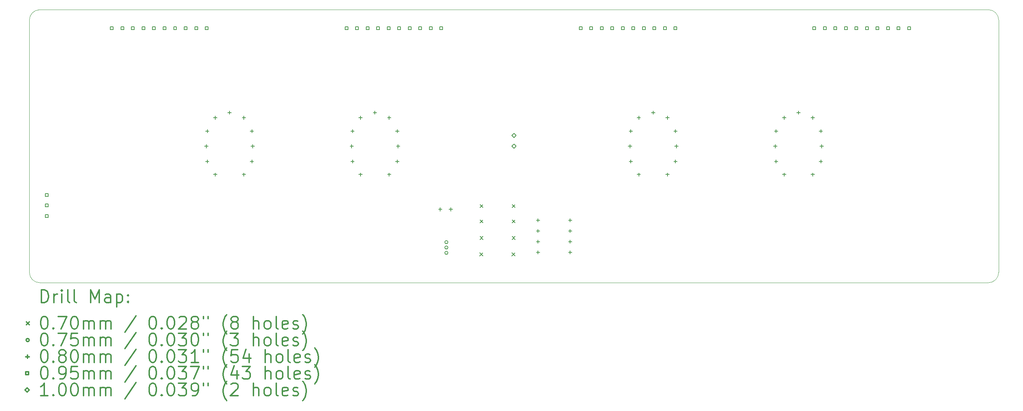
<source format=gbr>
%FSLAX45Y45*%
G04 Gerber Fmt 4.5, Leading zero omitted, Abs format (unit mm)*
G04 Created by KiCad (PCBNEW 5.1.9+dfsg1-1+deb11u1) date 2023-01-31 21:53:35*
%MOMM*%
%LPD*%
G01*
G04 APERTURE LIST*
%TA.AperFunction,Profile*%
%ADD10C,0.050000*%
%TD*%
%ADD11C,0.200000*%
%ADD12C,0.300000*%
G04 APERTURE END LIST*
D10*
X9690000Y-12195000D02*
X32190000Y-12195000D01*
X9445000Y-18435000D02*
X9445000Y-12440000D01*
X32190000Y-18680000D02*
X9690000Y-18680000D01*
X32435000Y-12440000D02*
X32435000Y-18435000D01*
X32190000Y-12195000D02*
G75*
G02*
X32435000Y-12440000I0J-245000D01*
G01*
X32435000Y-18435000D02*
G75*
G02*
X32190000Y-18680000I-245000J0D01*
G01*
X9690000Y-18680000D02*
G75*
G02*
X9445000Y-18435000I0J245000D01*
G01*
X9445000Y-12440000D02*
G75*
G02*
X9690000Y-12195000I245000J0D01*
G01*
D11*
X20130000Y-17970000D02*
X20200000Y-18040000D01*
X20200000Y-17970000D02*
X20130000Y-18040000D01*
X20133000Y-16825000D02*
X20203000Y-16895000D01*
X20203000Y-16825000D02*
X20133000Y-16895000D01*
X20133000Y-17190000D02*
X20203000Y-17260000D01*
X20203000Y-17190000D02*
X20133000Y-17260000D01*
X20133000Y-17580000D02*
X20203000Y-17650000D01*
X20203000Y-17580000D02*
X20133000Y-17650000D01*
X20892000Y-17970000D02*
X20962000Y-18040000D01*
X20962000Y-17970000D02*
X20892000Y-18040000D01*
X20895000Y-16825000D02*
X20965000Y-16895000D01*
X20965000Y-16825000D02*
X20895000Y-16895000D01*
X20895000Y-17190000D02*
X20965000Y-17260000D01*
X20965000Y-17190000D02*
X20895000Y-17260000D01*
X20895000Y-17580000D02*
X20965000Y-17650000D01*
X20965000Y-17580000D02*
X20895000Y-17650000D01*
X19372500Y-17716000D02*
G75*
G03*
X19372500Y-17716000I-37500J0D01*
G01*
X19372500Y-17843000D02*
G75*
G03*
X19372500Y-17843000I-37500J0D01*
G01*
X19372500Y-17970000D02*
G75*
G03*
X19372500Y-17970000I-37500J0D01*
G01*
X13642500Y-15397500D02*
X13642500Y-15477500D01*
X13602500Y-15437500D02*
X13682500Y-15437500D01*
X13662500Y-15037500D02*
X13662500Y-15117500D01*
X13622500Y-15077500D02*
X13702500Y-15077500D01*
X13662500Y-15757500D02*
X13662500Y-15837500D01*
X13622500Y-15797500D02*
X13702500Y-15797500D01*
X13852500Y-14717500D02*
X13852500Y-14797500D01*
X13812500Y-14757500D02*
X13892500Y-14757500D01*
X13852500Y-16067500D02*
X13852500Y-16147500D01*
X13812500Y-16107500D02*
X13892500Y-16107500D01*
X14192500Y-14597500D02*
X14192500Y-14677500D01*
X14152500Y-14637500D02*
X14232500Y-14637500D01*
X14532500Y-14717500D02*
X14532500Y-14797500D01*
X14492500Y-14757500D02*
X14572500Y-14757500D01*
X14532500Y-16067500D02*
X14532500Y-16147500D01*
X14492500Y-16107500D02*
X14572500Y-16107500D01*
X14722500Y-15037500D02*
X14722500Y-15117500D01*
X14682500Y-15077500D02*
X14762500Y-15077500D01*
X14722500Y-15757500D02*
X14722500Y-15837500D01*
X14682500Y-15797500D02*
X14762500Y-15797500D01*
X14742500Y-15397500D02*
X14742500Y-15477500D01*
X14702500Y-15437500D02*
X14782500Y-15437500D01*
X17090000Y-15397500D02*
X17090000Y-15477500D01*
X17050000Y-15437500D02*
X17130000Y-15437500D01*
X17110000Y-15037500D02*
X17110000Y-15117500D01*
X17070000Y-15077500D02*
X17150000Y-15077500D01*
X17110000Y-15757500D02*
X17110000Y-15837500D01*
X17070000Y-15797500D02*
X17150000Y-15797500D01*
X17300000Y-14717500D02*
X17300000Y-14797500D01*
X17260000Y-14757500D02*
X17340000Y-14757500D01*
X17300000Y-16067500D02*
X17300000Y-16147500D01*
X17260000Y-16107500D02*
X17340000Y-16107500D01*
X17640000Y-14597500D02*
X17640000Y-14677500D01*
X17600000Y-14637500D02*
X17680000Y-14637500D01*
X17980000Y-14717500D02*
X17980000Y-14797500D01*
X17940000Y-14757500D02*
X18020000Y-14757500D01*
X17980000Y-16067500D02*
X17980000Y-16147500D01*
X17940000Y-16107500D02*
X18020000Y-16107500D01*
X18170000Y-15037500D02*
X18170000Y-15117500D01*
X18130000Y-15077500D02*
X18210000Y-15077500D01*
X18170000Y-15757500D02*
X18170000Y-15837500D01*
X18130000Y-15797500D02*
X18210000Y-15797500D01*
X18190000Y-15397500D02*
X18190000Y-15477500D01*
X18150000Y-15437500D02*
X18230000Y-15437500D01*
X19190000Y-16895000D02*
X19190000Y-16975000D01*
X19150000Y-16935000D02*
X19230000Y-16935000D01*
X19440000Y-16895000D02*
X19440000Y-16975000D01*
X19400000Y-16935000D02*
X19480000Y-16935000D01*
X21510000Y-17155000D02*
X21510000Y-17235000D01*
X21470000Y-17195000D02*
X21550000Y-17195000D01*
X21510000Y-17409000D02*
X21510000Y-17489000D01*
X21470000Y-17449000D02*
X21550000Y-17449000D01*
X21510000Y-17663000D02*
X21510000Y-17743000D01*
X21470000Y-17703000D02*
X21550000Y-17703000D01*
X21510000Y-17917000D02*
X21510000Y-17997000D01*
X21470000Y-17957000D02*
X21550000Y-17957000D01*
X22272000Y-17155000D02*
X22272000Y-17235000D01*
X22232000Y-17195000D02*
X22312000Y-17195000D01*
X22272000Y-17409000D02*
X22272000Y-17489000D01*
X22232000Y-17449000D02*
X22312000Y-17449000D01*
X22272000Y-17663000D02*
X22272000Y-17743000D01*
X22232000Y-17703000D02*
X22312000Y-17703000D01*
X22272000Y-17917000D02*
X22272000Y-17997000D01*
X22232000Y-17957000D02*
X22312000Y-17957000D01*
X23690000Y-15397500D02*
X23690000Y-15477500D01*
X23650000Y-15437500D02*
X23730000Y-15437500D01*
X23710000Y-15037500D02*
X23710000Y-15117500D01*
X23670000Y-15077500D02*
X23750000Y-15077500D01*
X23710000Y-15757500D02*
X23710000Y-15837500D01*
X23670000Y-15797500D02*
X23750000Y-15797500D01*
X23900000Y-14717500D02*
X23900000Y-14797500D01*
X23860000Y-14757500D02*
X23940000Y-14757500D01*
X23900000Y-16067500D02*
X23900000Y-16147500D01*
X23860000Y-16107500D02*
X23940000Y-16107500D01*
X24240000Y-14597500D02*
X24240000Y-14677500D01*
X24200000Y-14637500D02*
X24280000Y-14637500D01*
X24580000Y-14717500D02*
X24580000Y-14797500D01*
X24540000Y-14757500D02*
X24620000Y-14757500D01*
X24580000Y-16067500D02*
X24580000Y-16147500D01*
X24540000Y-16107500D02*
X24620000Y-16107500D01*
X24770000Y-15037500D02*
X24770000Y-15117500D01*
X24730000Y-15077500D02*
X24810000Y-15077500D01*
X24770000Y-15757500D02*
X24770000Y-15837500D01*
X24730000Y-15797500D02*
X24810000Y-15797500D01*
X24790000Y-15397500D02*
X24790000Y-15477500D01*
X24750000Y-15437500D02*
X24830000Y-15437500D01*
X27137500Y-15397500D02*
X27137500Y-15477500D01*
X27097500Y-15437500D02*
X27177500Y-15437500D01*
X27157500Y-15037500D02*
X27157500Y-15117500D01*
X27117500Y-15077500D02*
X27197500Y-15077500D01*
X27157500Y-15757500D02*
X27157500Y-15837500D01*
X27117500Y-15797500D02*
X27197500Y-15797500D01*
X27347500Y-14717500D02*
X27347500Y-14797500D01*
X27307500Y-14757500D02*
X27387500Y-14757500D01*
X27347500Y-16067500D02*
X27347500Y-16147500D01*
X27307500Y-16107500D02*
X27387500Y-16107500D01*
X27687500Y-14597500D02*
X27687500Y-14677500D01*
X27647500Y-14637500D02*
X27727500Y-14637500D01*
X28027500Y-14717500D02*
X28027500Y-14797500D01*
X27987500Y-14757500D02*
X28067500Y-14757500D01*
X28027500Y-16067500D02*
X28027500Y-16147500D01*
X27987500Y-16107500D02*
X28067500Y-16107500D01*
X28217500Y-15037500D02*
X28217500Y-15117500D01*
X28177500Y-15077500D02*
X28257500Y-15077500D01*
X28217500Y-15757500D02*
X28217500Y-15837500D01*
X28177500Y-15797500D02*
X28257500Y-15797500D01*
X28237500Y-15397500D02*
X28237500Y-15477500D01*
X28197500Y-15437500D02*
X28277500Y-15437500D01*
X9893588Y-16628588D02*
X9893588Y-16561412D01*
X9826412Y-16561412D01*
X9826412Y-16628588D01*
X9893588Y-16628588D01*
X9893588Y-16878588D02*
X9893588Y-16811412D01*
X9826412Y-16811412D01*
X9826412Y-16878588D01*
X9893588Y-16878588D01*
X9893588Y-17128588D02*
X9893588Y-17061412D01*
X9826412Y-17061412D01*
X9826412Y-17128588D01*
X9893588Y-17128588D01*
X11433588Y-12668588D02*
X11433588Y-12601412D01*
X11366412Y-12601412D01*
X11366412Y-12668588D01*
X11433588Y-12668588D01*
X11683588Y-12668588D02*
X11683588Y-12601412D01*
X11616412Y-12601412D01*
X11616412Y-12668588D01*
X11683588Y-12668588D01*
X11933588Y-12668588D02*
X11933588Y-12601412D01*
X11866412Y-12601412D01*
X11866412Y-12668588D01*
X11933588Y-12668588D01*
X12183588Y-12668588D02*
X12183588Y-12601412D01*
X12116412Y-12601412D01*
X12116412Y-12668588D01*
X12183588Y-12668588D01*
X12433588Y-12668588D02*
X12433588Y-12601412D01*
X12366412Y-12601412D01*
X12366412Y-12668588D01*
X12433588Y-12668588D01*
X12683588Y-12668588D02*
X12683588Y-12601412D01*
X12616412Y-12601412D01*
X12616412Y-12668588D01*
X12683588Y-12668588D01*
X12933588Y-12668588D02*
X12933588Y-12601412D01*
X12866412Y-12601412D01*
X12866412Y-12668588D01*
X12933588Y-12668588D01*
X13183588Y-12668588D02*
X13183588Y-12601412D01*
X13116412Y-12601412D01*
X13116412Y-12668588D01*
X13183588Y-12668588D01*
X13433588Y-12668588D02*
X13433588Y-12601412D01*
X13366412Y-12601412D01*
X13366412Y-12668588D01*
X13433588Y-12668588D01*
X13683588Y-12668588D02*
X13683588Y-12601412D01*
X13616412Y-12601412D01*
X13616412Y-12668588D01*
X13683588Y-12668588D01*
X16998588Y-12668588D02*
X16998588Y-12601412D01*
X16931412Y-12601412D01*
X16931412Y-12668588D01*
X16998588Y-12668588D01*
X17248588Y-12668588D02*
X17248588Y-12601412D01*
X17181412Y-12601412D01*
X17181412Y-12668588D01*
X17248588Y-12668588D01*
X17498588Y-12668588D02*
X17498588Y-12601412D01*
X17431412Y-12601412D01*
X17431412Y-12668588D01*
X17498588Y-12668588D01*
X17748588Y-12668588D02*
X17748588Y-12601412D01*
X17681412Y-12601412D01*
X17681412Y-12668588D01*
X17748588Y-12668588D01*
X17998588Y-12668588D02*
X17998588Y-12601412D01*
X17931412Y-12601412D01*
X17931412Y-12668588D01*
X17998588Y-12668588D01*
X18248588Y-12668588D02*
X18248588Y-12601412D01*
X18181412Y-12601412D01*
X18181412Y-12668588D01*
X18248588Y-12668588D01*
X18498588Y-12668588D02*
X18498588Y-12601412D01*
X18431412Y-12601412D01*
X18431412Y-12668588D01*
X18498588Y-12668588D01*
X18748588Y-12668588D02*
X18748588Y-12601412D01*
X18681412Y-12601412D01*
X18681412Y-12668588D01*
X18748588Y-12668588D01*
X18998588Y-12668588D02*
X18998588Y-12601412D01*
X18931412Y-12601412D01*
X18931412Y-12668588D01*
X18998588Y-12668588D01*
X19248588Y-12668588D02*
X19248588Y-12601412D01*
X19181412Y-12601412D01*
X19181412Y-12668588D01*
X19248588Y-12668588D01*
X22553588Y-12668588D02*
X22553588Y-12601412D01*
X22486412Y-12601412D01*
X22486412Y-12668588D01*
X22553588Y-12668588D01*
X22803588Y-12668588D02*
X22803588Y-12601412D01*
X22736412Y-12601412D01*
X22736412Y-12668588D01*
X22803588Y-12668588D01*
X23053588Y-12668588D02*
X23053588Y-12601412D01*
X22986412Y-12601412D01*
X22986412Y-12668588D01*
X23053588Y-12668588D01*
X23303588Y-12668588D02*
X23303588Y-12601412D01*
X23236412Y-12601412D01*
X23236412Y-12668588D01*
X23303588Y-12668588D01*
X23553588Y-12668588D02*
X23553588Y-12601412D01*
X23486412Y-12601412D01*
X23486412Y-12668588D01*
X23553588Y-12668588D01*
X23803588Y-12668588D02*
X23803588Y-12601412D01*
X23736412Y-12601412D01*
X23736412Y-12668588D01*
X23803588Y-12668588D01*
X24053588Y-12668588D02*
X24053588Y-12601412D01*
X23986412Y-12601412D01*
X23986412Y-12668588D01*
X24053588Y-12668588D01*
X24303588Y-12668588D02*
X24303588Y-12601412D01*
X24236412Y-12601412D01*
X24236412Y-12668588D01*
X24303588Y-12668588D01*
X24553588Y-12668588D02*
X24553588Y-12601412D01*
X24486412Y-12601412D01*
X24486412Y-12668588D01*
X24553588Y-12668588D01*
X24803588Y-12668588D02*
X24803588Y-12601412D01*
X24736412Y-12601412D01*
X24736412Y-12668588D01*
X24803588Y-12668588D01*
X28093588Y-12668588D02*
X28093588Y-12601412D01*
X28026412Y-12601412D01*
X28026412Y-12668588D01*
X28093588Y-12668588D01*
X28343588Y-12668588D02*
X28343588Y-12601412D01*
X28276412Y-12601412D01*
X28276412Y-12668588D01*
X28343588Y-12668588D01*
X28593588Y-12668588D02*
X28593588Y-12601412D01*
X28526412Y-12601412D01*
X28526412Y-12668588D01*
X28593588Y-12668588D01*
X28843588Y-12668588D02*
X28843588Y-12601412D01*
X28776412Y-12601412D01*
X28776412Y-12668588D01*
X28843588Y-12668588D01*
X29093588Y-12668588D02*
X29093588Y-12601412D01*
X29026412Y-12601412D01*
X29026412Y-12668588D01*
X29093588Y-12668588D01*
X29343588Y-12668588D02*
X29343588Y-12601412D01*
X29276412Y-12601412D01*
X29276412Y-12668588D01*
X29343588Y-12668588D01*
X29593588Y-12668588D02*
X29593588Y-12601412D01*
X29526412Y-12601412D01*
X29526412Y-12668588D01*
X29593588Y-12668588D01*
X29843588Y-12668588D02*
X29843588Y-12601412D01*
X29776412Y-12601412D01*
X29776412Y-12668588D01*
X29843588Y-12668588D01*
X30093588Y-12668588D02*
X30093588Y-12601412D01*
X30026412Y-12601412D01*
X30026412Y-12668588D01*
X30093588Y-12668588D01*
X30343588Y-12668588D02*
X30343588Y-12601412D01*
X30276412Y-12601412D01*
X30276412Y-12668588D01*
X30343588Y-12668588D01*
X20940000Y-15233500D02*
X20990000Y-15183500D01*
X20940000Y-15133500D01*
X20890000Y-15183500D01*
X20940000Y-15233500D01*
X20940000Y-15487500D02*
X20990000Y-15437500D01*
X20940000Y-15387500D01*
X20890000Y-15437500D01*
X20940000Y-15487500D01*
D12*
X9726429Y-19150714D02*
X9726429Y-18850714D01*
X9797857Y-18850714D01*
X9840714Y-18865000D01*
X9869286Y-18893571D01*
X9883571Y-18922143D01*
X9897857Y-18979286D01*
X9897857Y-19022143D01*
X9883571Y-19079286D01*
X9869286Y-19107857D01*
X9840714Y-19136429D01*
X9797857Y-19150714D01*
X9726429Y-19150714D01*
X10026429Y-19150714D02*
X10026429Y-18950714D01*
X10026429Y-19007857D02*
X10040714Y-18979286D01*
X10055000Y-18965000D01*
X10083571Y-18950714D01*
X10112143Y-18950714D01*
X10212143Y-19150714D02*
X10212143Y-18950714D01*
X10212143Y-18850714D02*
X10197857Y-18865000D01*
X10212143Y-18879286D01*
X10226429Y-18865000D01*
X10212143Y-18850714D01*
X10212143Y-18879286D01*
X10397857Y-19150714D02*
X10369286Y-19136429D01*
X10355000Y-19107857D01*
X10355000Y-18850714D01*
X10555000Y-19150714D02*
X10526429Y-19136429D01*
X10512143Y-19107857D01*
X10512143Y-18850714D01*
X10897857Y-19150714D02*
X10897857Y-18850714D01*
X10997857Y-19065000D01*
X11097857Y-18850714D01*
X11097857Y-19150714D01*
X11369286Y-19150714D02*
X11369286Y-18993571D01*
X11355000Y-18965000D01*
X11326428Y-18950714D01*
X11269286Y-18950714D01*
X11240714Y-18965000D01*
X11369286Y-19136429D02*
X11340714Y-19150714D01*
X11269286Y-19150714D01*
X11240714Y-19136429D01*
X11226428Y-19107857D01*
X11226428Y-19079286D01*
X11240714Y-19050714D01*
X11269286Y-19036429D01*
X11340714Y-19036429D01*
X11369286Y-19022143D01*
X11512143Y-18950714D02*
X11512143Y-19250714D01*
X11512143Y-18965000D02*
X11540714Y-18950714D01*
X11597857Y-18950714D01*
X11626428Y-18965000D01*
X11640714Y-18979286D01*
X11655000Y-19007857D01*
X11655000Y-19093571D01*
X11640714Y-19122143D01*
X11626428Y-19136429D01*
X11597857Y-19150714D01*
X11540714Y-19150714D01*
X11512143Y-19136429D01*
X11783571Y-19122143D02*
X11797857Y-19136429D01*
X11783571Y-19150714D01*
X11769286Y-19136429D01*
X11783571Y-19122143D01*
X11783571Y-19150714D01*
X11783571Y-18965000D02*
X11797857Y-18979286D01*
X11783571Y-18993571D01*
X11769286Y-18979286D01*
X11783571Y-18965000D01*
X11783571Y-18993571D01*
X9370000Y-19610000D02*
X9440000Y-19680000D01*
X9440000Y-19610000D02*
X9370000Y-19680000D01*
X9783571Y-19480714D02*
X9812143Y-19480714D01*
X9840714Y-19495000D01*
X9855000Y-19509286D01*
X9869286Y-19537857D01*
X9883571Y-19595000D01*
X9883571Y-19666429D01*
X9869286Y-19723571D01*
X9855000Y-19752143D01*
X9840714Y-19766429D01*
X9812143Y-19780714D01*
X9783571Y-19780714D01*
X9755000Y-19766429D01*
X9740714Y-19752143D01*
X9726429Y-19723571D01*
X9712143Y-19666429D01*
X9712143Y-19595000D01*
X9726429Y-19537857D01*
X9740714Y-19509286D01*
X9755000Y-19495000D01*
X9783571Y-19480714D01*
X10012143Y-19752143D02*
X10026429Y-19766429D01*
X10012143Y-19780714D01*
X9997857Y-19766429D01*
X10012143Y-19752143D01*
X10012143Y-19780714D01*
X10126429Y-19480714D02*
X10326429Y-19480714D01*
X10197857Y-19780714D01*
X10497857Y-19480714D02*
X10526429Y-19480714D01*
X10555000Y-19495000D01*
X10569286Y-19509286D01*
X10583571Y-19537857D01*
X10597857Y-19595000D01*
X10597857Y-19666429D01*
X10583571Y-19723571D01*
X10569286Y-19752143D01*
X10555000Y-19766429D01*
X10526429Y-19780714D01*
X10497857Y-19780714D01*
X10469286Y-19766429D01*
X10455000Y-19752143D01*
X10440714Y-19723571D01*
X10426429Y-19666429D01*
X10426429Y-19595000D01*
X10440714Y-19537857D01*
X10455000Y-19509286D01*
X10469286Y-19495000D01*
X10497857Y-19480714D01*
X10726429Y-19780714D02*
X10726429Y-19580714D01*
X10726429Y-19609286D02*
X10740714Y-19595000D01*
X10769286Y-19580714D01*
X10812143Y-19580714D01*
X10840714Y-19595000D01*
X10855000Y-19623571D01*
X10855000Y-19780714D01*
X10855000Y-19623571D02*
X10869286Y-19595000D01*
X10897857Y-19580714D01*
X10940714Y-19580714D01*
X10969286Y-19595000D01*
X10983571Y-19623571D01*
X10983571Y-19780714D01*
X11126429Y-19780714D02*
X11126429Y-19580714D01*
X11126429Y-19609286D02*
X11140714Y-19595000D01*
X11169286Y-19580714D01*
X11212143Y-19580714D01*
X11240714Y-19595000D01*
X11255000Y-19623571D01*
X11255000Y-19780714D01*
X11255000Y-19623571D02*
X11269286Y-19595000D01*
X11297857Y-19580714D01*
X11340714Y-19580714D01*
X11369286Y-19595000D01*
X11383571Y-19623571D01*
X11383571Y-19780714D01*
X11969286Y-19466429D02*
X11712143Y-19852143D01*
X12355000Y-19480714D02*
X12383571Y-19480714D01*
X12412143Y-19495000D01*
X12426428Y-19509286D01*
X12440714Y-19537857D01*
X12455000Y-19595000D01*
X12455000Y-19666429D01*
X12440714Y-19723571D01*
X12426428Y-19752143D01*
X12412143Y-19766429D01*
X12383571Y-19780714D01*
X12355000Y-19780714D01*
X12326428Y-19766429D01*
X12312143Y-19752143D01*
X12297857Y-19723571D01*
X12283571Y-19666429D01*
X12283571Y-19595000D01*
X12297857Y-19537857D01*
X12312143Y-19509286D01*
X12326428Y-19495000D01*
X12355000Y-19480714D01*
X12583571Y-19752143D02*
X12597857Y-19766429D01*
X12583571Y-19780714D01*
X12569286Y-19766429D01*
X12583571Y-19752143D01*
X12583571Y-19780714D01*
X12783571Y-19480714D02*
X12812143Y-19480714D01*
X12840714Y-19495000D01*
X12855000Y-19509286D01*
X12869286Y-19537857D01*
X12883571Y-19595000D01*
X12883571Y-19666429D01*
X12869286Y-19723571D01*
X12855000Y-19752143D01*
X12840714Y-19766429D01*
X12812143Y-19780714D01*
X12783571Y-19780714D01*
X12755000Y-19766429D01*
X12740714Y-19752143D01*
X12726428Y-19723571D01*
X12712143Y-19666429D01*
X12712143Y-19595000D01*
X12726428Y-19537857D01*
X12740714Y-19509286D01*
X12755000Y-19495000D01*
X12783571Y-19480714D01*
X12997857Y-19509286D02*
X13012143Y-19495000D01*
X13040714Y-19480714D01*
X13112143Y-19480714D01*
X13140714Y-19495000D01*
X13155000Y-19509286D01*
X13169286Y-19537857D01*
X13169286Y-19566429D01*
X13155000Y-19609286D01*
X12983571Y-19780714D01*
X13169286Y-19780714D01*
X13340714Y-19609286D02*
X13312143Y-19595000D01*
X13297857Y-19580714D01*
X13283571Y-19552143D01*
X13283571Y-19537857D01*
X13297857Y-19509286D01*
X13312143Y-19495000D01*
X13340714Y-19480714D01*
X13397857Y-19480714D01*
X13426428Y-19495000D01*
X13440714Y-19509286D01*
X13455000Y-19537857D01*
X13455000Y-19552143D01*
X13440714Y-19580714D01*
X13426428Y-19595000D01*
X13397857Y-19609286D01*
X13340714Y-19609286D01*
X13312143Y-19623571D01*
X13297857Y-19637857D01*
X13283571Y-19666429D01*
X13283571Y-19723571D01*
X13297857Y-19752143D01*
X13312143Y-19766429D01*
X13340714Y-19780714D01*
X13397857Y-19780714D01*
X13426428Y-19766429D01*
X13440714Y-19752143D01*
X13455000Y-19723571D01*
X13455000Y-19666429D01*
X13440714Y-19637857D01*
X13426428Y-19623571D01*
X13397857Y-19609286D01*
X13569286Y-19480714D02*
X13569286Y-19537857D01*
X13683571Y-19480714D02*
X13683571Y-19537857D01*
X14126428Y-19895000D02*
X14112143Y-19880714D01*
X14083571Y-19837857D01*
X14069286Y-19809286D01*
X14055000Y-19766429D01*
X14040714Y-19695000D01*
X14040714Y-19637857D01*
X14055000Y-19566429D01*
X14069286Y-19523571D01*
X14083571Y-19495000D01*
X14112143Y-19452143D01*
X14126428Y-19437857D01*
X14283571Y-19609286D02*
X14255000Y-19595000D01*
X14240714Y-19580714D01*
X14226428Y-19552143D01*
X14226428Y-19537857D01*
X14240714Y-19509286D01*
X14255000Y-19495000D01*
X14283571Y-19480714D01*
X14340714Y-19480714D01*
X14369286Y-19495000D01*
X14383571Y-19509286D01*
X14397857Y-19537857D01*
X14397857Y-19552143D01*
X14383571Y-19580714D01*
X14369286Y-19595000D01*
X14340714Y-19609286D01*
X14283571Y-19609286D01*
X14255000Y-19623571D01*
X14240714Y-19637857D01*
X14226428Y-19666429D01*
X14226428Y-19723571D01*
X14240714Y-19752143D01*
X14255000Y-19766429D01*
X14283571Y-19780714D01*
X14340714Y-19780714D01*
X14369286Y-19766429D01*
X14383571Y-19752143D01*
X14397857Y-19723571D01*
X14397857Y-19666429D01*
X14383571Y-19637857D01*
X14369286Y-19623571D01*
X14340714Y-19609286D01*
X14755000Y-19780714D02*
X14755000Y-19480714D01*
X14883571Y-19780714D02*
X14883571Y-19623571D01*
X14869286Y-19595000D01*
X14840714Y-19580714D01*
X14797857Y-19580714D01*
X14769286Y-19595000D01*
X14755000Y-19609286D01*
X15069286Y-19780714D02*
X15040714Y-19766429D01*
X15026428Y-19752143D01*
X15012143Y-19723571D01*
X15012143Y-19637857D01*
X15026428Y-19609286D01*
X15040714Y-19595000D01*
X15069286Y-19580714D01*
X15112143Y-19580714D01*
X15140714Y-19595000D01*
X15155000Y-19609286D01*
X15169286Y-19637857D01*
X15169286Y-19723571D01*
X15155000Y-19752143D01*
X15140714Y-19766429D01*
X15112143Y-19780714D01*
X15069286Y-19780714D01*
X15340714Y-19780714D02*
X15312143Y-19766429D01*
X15297857Y-19737857D01*
X15297857Y-19480714D01*
X15569286Y-19766429D02*
X15540714Y-19780714D01*
X15483571Y-19780714D01*
X15455000Y-19766429D01*
X15440714Y-19737857D01*
X15440714Y-19623571D01*
X15455000Y-19595000D01*
X15483571Y-19580714D01*
X15540714Y-19580714D01*
X15569286Y-19595000D01*
X15583571Y-19623571D01*
X15583571Y-19652143D01*
X15440714Y-19680714D01*
X15697857Y-19766429D02*
X15726428Y-19780714D01*
X15783571Y-19780714D01*
X15812143Y-19766429D01*
X15826428Y-19737857D01*
X15826428Y-19723571D01*
X15812143Y-19695000D01*
X15783571Y-19680714D01*
X15740714Y-19680714D01*
X15712143Y-19666429D01*
X15697857Y-19637857D01*
X15697857Y-19623571D01*
X15712143Y-19595000D01*
X15740714Y-19580714D01*
X15783571Y-19580714D01*
X15812143Y-19595000D01*
X15926428Y-19895000D02*
X15940714Y-19880714D01*
X15969286Y-19837857D01*
X15983571Y-19809286D01*
X15997857Y-19766429D01*
X16012143Y-19695000D01*
X16012143Y-19637857D01*
X15997857Y-19566429D01*
X15983571Y-19523571D01*
X15969286Y-19495000D01*
X15940714Y-19452143D01*
X15926428Y-19437857D01*
X9440000Y-20041000D02*
G75*
G03*
X9440000Y-20041000I-37500J0D01*
G01*
X9783571Y-19876714D02*
X9812143Y-19876714D01*
X9840714Y-19891000D01*
X9855000Y-19905286D01*
X9869286Y-19933857D01*
X9883571Y-19991000D01*
X9883571Y-20062429D01*
X9869286Y-20119571D01*
X9855000Y-20148143D01*
X9840714Y-20162429D01*
X9812143Y-20176714D01*
X9783571Y-20176714D01*
X9755000Y-20162429D01*
X9740714Y-20148143D01*
X9726429Y-20119571D01*
X9712143Y-20062429D01*
X9712143Y-19991000D01*
X9726429Y-19933857D01*
X9740714Y-19905286D01*
X9755000Y-19891000D01*
X9783571Y-19876714D01*
X10012143Y-20148143D02*
X10026429Y-20162429D01*
X10012143Y-20176714D01*
X9997857Y-20162429D01*
X10012143Y-20148143D01*
X10012143Y-20176714D01*
X10126429Y-19876714D02*
X10326429Y-19876714D01*
X10197857Y-20176714D01*
X10583571Y-19876714D02*
X10440714Y-19876714D01*
X10426429Y-20019571D01*
X10440714Y-20005286D01*
X10469286Y-19991000D01*
X10540714Y-19991000D01*
X10569286Y-20005286D01*
X10583571Y-20019571D01*
X10597857Y-20048143D01*
X10597857Y-20119571D01*
X10583571Y-20148143D01*
X10569286Y-20162429D01*
X10540714Y-20176714D01*
X10469286Y-20176714D01*
X10440714Y-20162429D01*
X10426429Y-20148143D01*
X10726429Y-20176714D02*
X10726429Y-19976714D01*
X10726429Y-20005286D02*
X10740714Y-19991000D01*
X10769286Y-19976714D01*
X10812143Y-19976714D01*
X10840714Y-19991000D01*
X10855000Y-20019571D01*
X10855000Y-20176714D01*
X10855000Y-20019571D02*
X10869286Y-19991000D01*
X10897857Y-19976714D01*
X10940714Y-19976714D01*
X10969286Y-19991000D01*
X10983571Y-20019571D01*
X10983571Y-20176714D01*
X11126429Y-20176714D02*
X11126429Y-19976714D01*
X11126429Y-20005286D02*
X11140714Y-19991000D01*
X11169286Y-19976714D01*
X11212143Y-19976714D01*
X11240714Y-19991000D01*
X11255000Y-20019571D01*
X11255000Y-20176714D01*
X11255000Y-20019571D02*
X11269286Y-19991000D01*
X11297857Y-19976714D01*
X11340714Y-19976714D01*
X11369286Y-19991000D01*
X11383571Y-20019571D01*
X11383571Y-20176714D01*
X11969286Y-19862429D02*
X11712143Y-20248143D01*
X12355000Y-19876714D02*
X12383571Y-19876714D01*
X12412143Y-19891000D01*
X12426428Y-19905286D01*
X12440714Y-19933857D01*
X12455000Y-19991000D01*
X12455000Y-20062429D01*
X12440714Y-20119571D01*
X12426428Y-20148143D01*
X12412143Y-20162429D01*
X12383571Y-20176714D01*
X12355000Y-20176714D01*
X12326428Y-20162429D01*
X12312143Y-20148143D01*
X12297857Y-20119571D01*
X12283571Y-20062429D01*
X12283571Y-19991000D01*
X12297857Y-19933857D01*
X12312143Y-19905286D01*
X12326428Y-19891000D01*
X12355000Y-19876714D01*
X12583571Y-20148143D02*
X12597857Y-20162429D01*
X12583571Y-20176714D01*
X12569286Y-20162429D01*
X12583571Y-20148143D01*
X12583571Y-20176714D01*
X12783571Y-19876714D02*
X12812143Y-19876714D01*
X12840714Y-19891000D01*
X12855000Y-19905286D01*
X12869286Y-19933857D01*
X12883571Y-19991000D01*
X12883571Y-20062429D01*
X12869286Y-20119571D01*
X12855000Y-20148143D01*
X12840714Y-20162429D01*
X12812143Y-20176714D01*
X12783571Y-20176714D01*
X12755000Y-20162429D01*
X12740714Y-20148143D01*
X12726428Y-20119571D01*
X12712143Y-20062429D01*
X12712143Y-19991000D01*
X12726428Y-19933857D01*
X12740714Y-19905286D01*
X12755000Y-19891000D01*
X12783571Y-19876714D01*
X12983571Y-19876714D02*
X13169286Y-19876714D01*
X13069286Y-19991000D01*
X13112143Y-19991000D01*
X13140714Y-20005286D01*
X13155000Y-20019571D01*
X13169286Y-20048143D01*
X13169286Y-20119571D01*
X13155000Y-20148143D01*
X13140714Y-20162429D01*
X13112143Y-20176714D01*
X13026428Y-20176714D01*
X12997857Y-20162429D01*
X12983571Y-20148143D01*
X13355000Y-19876714D02*
X13383571Y-19876714D01*
X13412143Y-19891000D01*
X13426428Y-19905286D01*
X13440714Y-19933857D01*
X13455000Y-19991000D01*
X13455000Y-20062429D01*
X13440714Y-20119571D01*
X13426428Y-20148143D01*
X13412143Y-20162429D01*
X13383571Y-20176714D01*
X13355000Y-20176714D01*
X13326428Y-20162429D01*
X13312143Y-20148143D01*
X13297857Y-20119571D01*
X13283571Y-20062429D01*
X13283571Y-19991000D01*
X13297857Y-19933857D01*
X13312143Y-19905286D01*
X13326428Y-19891000D01*
X13355000Y-19876714D01*
X13569286Y-19876714D02*
X13569286Y-19933857D01*
X13683571Y-19876714D02*
X13683571Y-19933857D01*
X14126428Y-20291000D02*
X14112143Y-20276714D01*
X14083571Y-20233857D01*
X14069286Y-20205286D01*
X14055000Y-20162429D01*
X14040714Y-20091000D01*
X14040714Y-20033857D01*
X14055000Y-19962429D01*
X14069286Y-19919571D01*
X14083571Y-19891000D01*
X14112143Y-19848143D01*
X14126428Y-19833857D01*
X14212143Y-19876714D02*
X14397857Y-19876714D01*
X14297857Y-19991000D01*
X14340714Y-19991000D01*
X14369286Y-20005286D01*
X14383571Y-20019571D01*
X14397857Y-20048143D01*
X14397857Y-20119571D01*
X14383571Y-20148143D01*
X14369286Y-20162429D01*
X14340714Y-20176714D01*
X14255000Y-20176714D01*
X14226428Y-20162429D01*
X14212143Y-20148143D01*
X14755000Y-20176714D02*
X14755000Y-19876714D01*
X14883571Y-20176714D02*
X14883571Y-20019571D01*
X14869286Y-19991000D01*
X14840714Y-19976714D01*
X14797857Y-19976714D01*
X14769286Y-19991000D01*
X14755000Y-20005286D01*
X15069286Y-20176714D02*
X15040714Y-20162429D01*
X15026428Y-20148143D01*
X15012143Y-20119571D01*
X15012143Y-20033857D01*
X15026428Y-20005286D01*
X15040714Y-19991000D01*
X15069286Y-19976714D01*
X15112143Y-19976714D01*
X15140714Y-19991000D01*
X15155000Y-20005286D01*
X15169286Y-20033857D01*
X15169286Y-20119571D01*
X15155000Y-20148143D01*
X15140714Y-20162429D01*
X15112143Y-20176714D01*
X15069286Y-20176714D01*
X15340714Y-20176714D02*
X15312143Y-20162429D01*
X15297857Y-20133857D01*
X15297857Y-19876714D01*
X15569286Y-20162429D02*
X15540714Y-20176714D01*
X15483571Y-20176714D01*
X15455000Y-20162429D01*
X15440714Y-20133857D01*
X15440714Y-20019571D01*
X15455000Y-19991000D01*
X15483571Y-19976714D01*
X15540714Y-19976714D01*
X15569286Y-19991000D01*
X15583571Y-20019571D01*
X15583571Y-20048143D01*
X15440714Y-20076714D01*
X15697857Y-20162429D02*
X15726428Y-20176714D01*
X15783571Y-20176714D01*
X15812143Y-20162429D01*
X15826428Y-20133857D01*
X15826428Y-20119571D01*
X15812143Y-20091000D01*
X15783571Y-20076714D01*
X15740714Y-20076714D01*
X15712143Y-20062429D01*
X15697857Y-20033857D01*
X15697857Y-20019571D01*
X15712143Y-19991000D01*
X15740714Y-19976714D01*
X15783571Y-19976714D01*
X15812143Y-19991000D01*
X15926428Y-20291000D02*
X15940714Y-20276714D01*
X15969286Y-20233857D01*
X15983571Y-20205286D01*
X15997857Y-20162429D01*
X16012143Y-20091000D01*
X16012143Y-20033857D01*
X15997857Y-19962429D01*
X15983571Y-19919571D01*
X15969286Y-19891000D01*
X15940714Y-19848143D01*
X15926428Y-19833857D01*
X9400000Y-20397000D02*
X9400000Y-20477000D01*
X9360000Y-20437000D02*
X9440000Y-20437000D01*
X9783571Y-20272714D02*
X9812143Y-20272714D01*
X9840714Y-20287000D01*
X9855000Y-20301286D01*
X9869286Y-20329857D01*
X9883571Y-20387000D01*
X9883571Y-20458429D01*
X9869286Y-20515571D01*
X9855000Y-20544143D01*
X9840714Y-20558429D01*
X9812143Y-20572714D01*
X9783571Y-20572714D01*
X9755000Y-20558429D01*
X9740714Y-20544143D01*
X9726429Y-20515571D01*
X9712143Y-20458429D01*
X9712143Y-20387000D01*
X9726429Y-20329857D01*
X9740714Y-20301286D01*
X9755000Y-20287000D01*
X9783571Y-20272714D01*
X10012143Y-20544143D02*
X10026429Y-20558429D01*
X10012143Y-20572714D01*
X9997857Y-20558429D01*
X10012143Y-20544143D01*
X10012143Y-20572714D01*
X10197857Y-20401286D02*
X10169286Y-20387000D01*
X10155000Y-20372714D01*
X10140714Y-20344143D01*
X10140714Y-20329857D01*
X10155000Y-20301286D01*
X10169286Y-20287000D01*
X10197857Y-20272714D01*
X10255000Y-20272714D01*
X10283571Y-20287000D01*
X10297857Y-20301286D01*
X10312143Y-20329857D01*
X10312143Y-20344143D01*
X10297857Y-20372714D01*
X10283571Y-20387000D01*
X10255000Y-20401286D01*
X10197857Y-20401286D01*
X10169286Y-20415571D01*
X10155000Y-20429857D01*
X10140714Y-20458429D01*
X10140714Y-20515571D01*
X10155000Y-20544143D01*
X10169286Y-20558429D01*
X10197857Y-20572714D01*
X10255000Y-20572714D01*
X10283571Y-20558429D01*
X10297857Y-20544143D01*
X10312143Y-20515571D01*
X10312143Y-20458429D01*
X10297857Y-20429857D01*
X10283571Y-20415571D01*
X10255000Y-20401286D01*
X10497857Y-20272714D02*
X10526429Y-20272714D01*
X10555000Y-20287000D01*
X10569286Y-20301286D01*
X10583571Y-20329857D01*
X10597857Y-20387000D01*
X10597857Y-20458429D01*
X10583571Y-20515571D01*
X10569286Y-20544143D01*
X10555000Y-20558429D01*
X10526429Y-20572714D01*
X10497857Y-20572714D01*
X10469286Y-20558429D01*
X10455000Y-20544143D01*
X10440714Y-20515571D01*
X10426429Y-20458429D01*
X10426429Y-20387000D01*
X10440714Y-20329857D01*
X10455000Y-20301286D01*
X10469286Y-20287000D01*
X10497857Y-20272714D01*
X10726429Y-20572714D02*
X10726429Y-20372714D01*
X10726429Y-20401286D02*
X10740714Y-20387000D01*
X10769286Y-20372714D01*
X10812143Y-20372714D01*
X10840714Y-20387000D01*
X10855000Y-20415571D01*
X10855000Y-20572714D01*
X10855000Y-20415571D02*
X10869286Y-20387000D01*
X10897857Y-20372714D01*
X10940714Y-20372714D01*
X10969286Y-20387000D01*
X10983571Y-20415571D01*
X10983571Y-20572714D01*
X11126429Y-20572714D02*
X11126429Y-20372714D01*
X11126429Y-20401286D02*
X11140714Y-20387000D01*
X11169286Y-20372714D01*
X11212143Y-20372714D01*
X11240714Y-20387000D01*
X11255000Y-20415571D01*
X11255000Y-20572714D01*
X11255000Y-20415571D02*
X11269286Y-20387000D01*
X11297857Y-20372714D01*
X11340714Y-20372714D01*
X11369286Y-20387000D01*
X11383571Y-20415571D01*
X11383571Y-20572714D01*
X11969286Y-20258429D02*
X11712143Y-20644143D01*
X12355000Y-20272714D02*
X12383571Y-20272714D01*
X12412143Y-20287000D01*
X12426428Y-20301286D01*
X12440714Y-20329857D01*
X12455000Y-20387000D01*
X12455000Y-20458429D01*
X12440714Y-20515571D01*
X12426428Y-20544143D01*
X12412143Y-20558429D01*
X12383571Y-20572714D01*
X12355000Y-20572714D01*
X12326428Y-20558429D01*
X12312143Y-20544143D01*
X12297857Y-20515571D01*
X12283571Y-20458429D01*
X12283571Y-20387000D01*
X12297857Y-20329857D01*
X12312143Y-20301286D01*
X12326428Y-20287000D01*
X12355000Y-20272714D01*
X12583571Y-20544143D02*
X12597857Y-20558429D01*
X12583571Y-20572714D01*
X12569286Y-20558429D01*
X12583571Y-20544143D01*
X12583571Y-20572714D01*
X12783571Y-20272714D02*
X12812143Y-20272714D01*
X12840714Y-20287000D01*
X12855000Y-20301286D01*
X12869286Y-20329857D01*
X12883571Y-20387000D01*
X12883571Y-20458429D01*
X12869286Y-20515571D01*
X12855000Y-20544143D01*
X12840714Y-20558429D01*
X12812143Y-20572714D01*
X12783571Y-20572714D01*
X12755000Y-20558429D01*
X12740714Y-20544143D01*
X12726428Y-20515571D01*
X12712143Y-20458429D01*
X12712143Y-20387000D01*
X12726428Y-20329857D01*
X12740714Y-20301286D01*
X12755000Y-20287000D01*
X12783571Y-20272714D01*
X12983571Y-20272714D02*
X13169286Y-20272714D01*
X13069286Y-20387000D01*
X13112143Y-20387000D01*
X13140714Y-20401286D01*
X13155000Y-20415571D01*
X13169286Y-20444143D01*
X13169286Y-20515571D01*
X13155000Y-20544143D01*
X13140714Y-20558429D01*
X13112143Y-20572714D01*
X13026428Y-20572714D01*
X12997857Y-20558429D01*
X12983571Y-20544143D01*
X13455000Y-20572714D02*
X13283571Y-20572714D01*
X13369286Y-20572714D02*
X13369286Y-20272714D01*
X13340714Y-20315571D01*
X13312143Y-20344143D01*
X13283571Y-20358429D01*
X13569286Y-20272714D02*
X13569286Y-20329857D01*
X13683571Y-20272714D02*
X13683571Y-20329857D01*
X14126428Y-20687000D02*
X14112143Y-20672714D01*
X14083571Y-20629857D01*
X14069286Y-20601286D01*
X14055000Y-20558429D01*
X14040714Y-20487000D01*
X14040714Y-20429857D01*
X14055000Y-20358429D01*
X14069286Y-20315571D01*
X14083571Y-20287000D01*
X14112143Y-20244143D01*
X14126428Y-20229857D01*
X14383571Y-20272714D02*
X14240714Y-20272714D01*
X14226428Y-20415571D01*
X14240714Y-20401286D01*
X14269286Y-20387000D01*
X14340714Y-20387000D01*
X14369286Y-20401286D01*
X14383571Y-20415571D01*
X14397857Y-20444143D01*
X14397857Y-20515571D01*
X14383571Y-20544143D01*
X14369286Y-20558429D01*
X14340714Y-20572714D01*
X14269286Y-20572714D01*
X14240714Y-20558429D01*
X14226428Y-20544143D01*
X14655000Y-20372714D02*
X14655000Y-20572714D01*
X14583571Y-20258429D02*
X14512143Y-20472714D01*
X14697857Y-20472714D01*
X15040714Y-20572714D02*
X15040714Y-20272714D01*
X15169286Y-20572714D02*
X15169286Y-20415571D01*
X15155000Y-20387000D01*
X15126428Y-20372714D01*
X15083571Y-20372714D01*
X15055000Y-20387000D01*
X15040714Y-20401286D01*
X15355000Y-20572714D02*
X15326428Y-20558429D01*
X15312143Y-20544143D01*
X15297857Y-20515571D01*
X15297857Y-20429857D01*
X15312143Y-20401286D01*
X15326428Y-20387000D01*
X15355000Y-20372714D01*
X15397857Y-20372714D01*
X15426428Y-20387000D01*
X15440714Y-20401286D01*
X15455000Y-20429857D01*
X15455000Y-20515571D01*
X15440714Y-20544143D01*
X15426428Y-20558429D01*
X15397857Y-20572714D01*
X15355000Y-20572714D01*
X15626428Y-20572714D02*
X15597857Y-20558429D01*
X15583571Y-20529857D01*
X15583571Y-20272714D01*
X15855000Y-20558429D02*
X15826428Y-20572714D01*
X15769286Y-20572714D01*
X15740714Y-20558429D01*
X15726428Y-20529857D01*
X15726428Y-20415571D01*
X15740714Y-20387000D01*
X15769286Y-20372714D01*
X15826428Y-20372714D01*
X15855000Y-20387000D01*
X15869286Y-20415571D01*
X15869286Y-20444143D01*
X15726428Y-20472714D01*
X15983571Y-20558429D02*
X16012143Y-20572714D01*
X16069286Y-20572714D01*
X16097857Y-20558429D01*
X16112143Y-20529857D01*
X16112143Y-20515571D01*
X16097857Y-20487000D01*
X16069286Y-20472714D01*
X16026428Y-20472714D01*
X15997857Y-20458429D01*
X15983571Y-20429857D01*
X15983571Y-20415571D01*
X15997857Y-20387000D01*
X16026428Y-20372714D01*
X16069286Y-20372714D01*
X16097857Y-20387000D01*
X16212143Y-20687000D02*
X16226428Y-20672714D01*
X16255000Y-20629857D01*
X16269286Y-20601286D01*
X16283571Y-20558429D01*
X16297857Y-20487000D01*
X16297857Y-20429857D01*
X16283571Y-20358429D01*
X16269286Y-20315571D01*
X16255000Y-20287000D01*
X16226428Y-20244143D01*
X16212143Y-20229857D01*
X9426088Y-20866588D02*
X9426088Y-20799412D01*
X9358912Y-20799412D01*
X9358912Y-20866588D01*
X9426088Y-20866588D01*
X9783571Y-20668714D02*
X9812143Y-20668714D01*
X9840714Y-20683000D01*
X9855000Y-20697286D01*
X9869286Y-20725857D01*
X9883571Y-20783000D01*
X9883571Y-20854429D01*
X9869286Y-20911571D01*
X9855000Y-20940143D01*
X9840714Y-20954429D01*
X9812143Y-20968714D01*
X9783571Y-20968714D01*
X9755000Y-20954429D01*
X9740714Y-20940143D01*
X9726429Y-20911571D01*
X9712143Y-20854429D01*
X9712143Y-20783000D01*
X9726429Y-20725857D01*
X9740714Y-20697286D01*
X9755000Y-20683000D01*
X9783571Y-20668714D01*
X10012143Y-20940143D02*
X10026429Y-20954429D01*
X10012143Y-20968714D01*
X9997857Y-20954429D01*
X10012143Y-20940143D01*
X10012143Y-20968714D01*
X10169286Y-20968714D02*
X10226429Y-20968714D01*
X10255000Y-20954429D01*
X10269286Y-20940143D01*
X10297857Y-20897286D01*
X10312143Y-20840143D01*
X10312143Y-20725857D01*
X10297857Y-20697286D01*
X10283571Y-20683000D01*
X10255000Y-20668714D01*
X10197857Y-20668714D01*
X10169286Y-20683000D01*
X10155000Y-20697286D01*
X10140714Y-20725857D01*
X10140714Y-20797286D01*
X10155000Y-20825857D01*
X10169286Y-20840143D01*
X10197857Y-20854429D01*
X10255000Y-20854429D01*
X10283571Y-20840143D01*
X10297857Y-20825857D01*
X10312143Y-20797286D01*
X10583571Y-20668714D02*
X10440714Y-20668714D01*
X10426429Y-20811571D01*
X10440714Y-20797286D01*
X10469286Y-20783000D01*
X10540714Y-20783000D01*
X10569286Y-20797286D01*
X10583571Y-20811571D01*
X10597857Y-20840143D01*
X10597857Y-20911571D01*
X10583571Y-20940143D01*
X10569286Y-20954429D01*
X10540714Y-20968714D01*
X10469286Y-20968714D01*
X10440714Y-20954429D01*
X10426429Y-20940143D01*
X10726429Y-20968714D02*
X10726429Y-20768714D01*
X10726429Y-20797286D02*
X10740714Y-20783000D01*
X10769286Y-20768714D01*
X10812143Y-20768714D01*
X10840714Y-20783000D01*
X10855000Y-20811571D01*
X10855000Y-20968714D01*
X10855000Y-20811571D02*
X10869286Y-20783000D01*
X10897857Y-20768714D01*
X10940714Y-20768714D01*
X10969286Y-20783000D01*
X10983571Y-20811571D01*
X10983571Y-20968714D01*
X11126429Y-20968714D02*
X11126429Y-20768714D01*
X11126429Y-20797286D02*
X11140714Y-20783000D01*
X11169286Y-20768714D01*
X11212143Y-20768714D01*
X11240714Y-20783000D01*
X11255000Y-20811571D01*
X11255000Y-20968714D01*
X11255000Y-20811571D02*
X11269286Y-20783000D01*
X11297857Y-20768714D01*
X11340714Y-20768714D01*
X11369286Y-20783000D01*
X11383571Y-20811571D01*
X11383571Y-20968714D01*
X11969286Y-20654429D02*
X11712143Y-21040143D01*
X12355000Y-20668714D02*
X12383571Y-20668714D01*
X12412143Y-20683000D01*
X12426428Y-20697286D01*
X12440714Y-20725857D01*
X12455000Y-20783000D01*
X12455000Y-20854429D01*
X12440714Y-20911571D01*
X12426428Y-20940143D01*
X12412143Y-20954429D01*
X12383571Y-20968714D01*
X12355000Y-20968714D01*
X12326428Y-20954429D01*
X12312143Y-20940143D01*
X12297857Y-20911571D01*
X12283571Y-20854429D01*
X12283571Y-20783000D01*
X12297857Y-20725857D01*
X12312143Y-20697286D01*
X12326428Y-20683000D01*
X12355000Y-20668714D01*
X12583571Y-20940143D02*
X12597857Y-20954429D01*
X12583571Y-20968714D01*
X12569286Y-20954429D01*
X12583571Y-20940143D01*
X12583571Y-20968714D01*
X12783571Y-20668714D02*
X12812143Y-20668714D01*
X12840714Y-20683000D01*
X12855000Y-20697286D01*
X12869286Y-20725857D01*
X12883571Y-20783000D01*
X12883571Y-20854429D01*
X12869286Y-20911571D01*
X12855000Y-20940143D01*
X12840714Y-20954429D01*
X12812143Y-20968714D01*
X12783571Y-20968714D01*
X12755000Y-20954429D01*
X12740714Y-20940143D01*
X12726428Y-20911571D01*
X12712143Y-20854429D01*
X12712143Y-20783000D01*
X12726428Y-20725857D01*
X12740714Y-20697286D01*
X12755000Y-20683000D01*
X12783571Y-20668714D01*
X12983571Y-20668714D02*
X13169286Y-20668714D01*
X13069286Y-20783000D01*
X13112143Y-20783000D01*
X13140714Y-20797286D01*
X13155000Y-20811571D01*
X13169286Y-20840143D01*
X13169286Y-20911571D01*
X13155000Y-20940143D01*
X13140714Y-20954429D01*
X13112143Y-20968714D01*
X13026428Y-20968714D01*
X12997857Y-20954429D01*
X12983571Y-20940143D01*
X13269286Y-20668714D02*
X13469286Y-20668714D01*
X13340714Y-20968714D01*
X13569286Y-20668714D02*
X13569286Y-20725857D01*
X13683571Y-20668714D02*
X13683571Y-20725857D01*
X14126428Y-21083000D02*
X14112143Y-21068714D01*
X14083571Y-21025857D01*
X14069286Y-20997286D01*
X14055000Y-20954429D01*
X14040714Y-20883000D01*
X14040714Y-20825857D01*
X14055000Y-20754429D01*
X14069286Y-20711571D01*
X14083571Y-20683000D01*
X14112143Y-20640143D01*
X14126428Y-20625857D01*
X14369286Y-20768714D02*
X14369286Y-20968714D01*
X14297857Y-20654429D02*
X14226428Y-20868714D01*
X14412143Y-20868714D01*
X14497857Y-20668714D02*
X14683571Y-20668714D01*
X14583571Y-20783000D01*
X14626428Y-20783000D01*
X14655000Y-20797286D01*
X14669286Y-20811571D01*
X14683571Y-20840143D01*
X14683571Y-20911571D01*
X14669286Y-20940143D01*
X14655000Y-20954429D01*
X14626428Y-20968714D01*
X14540714Y-20968714D01*
X14512143Y-20954429D01*
X14497857Y-20940143D01*
X15040714Y-20968714D02*
X15040714Y-20668714D01*
X15169286Y-20968714D02*
X15169286Y-20811571D01*
X15155000Y-20783000D01*
X15126428Y-20768714D01*
X15083571Y-20768714D01*
X15055000Y-20783000D01*
X15040714Y-20797286D01*
X15355000Y-20968714D02*
X15326428Y-20954429D01*
X15312143Y-20940143D01*
X15297857Y-20911571D01*
X15297857Y-20825857D01*
X15312143Y-20797286D01*
X15326428Y-20783000D01*
X15355000Y-20768714D01*
X15397857Y-20768714D01*
X15426428Y-20783000D01*
X15440714Y-20797286D01*
X15455000Y-20825857D01*
X15455000Y-20911571D01*
X15440714Y-20940143D01*
X15426428Y-20954429D01*
X15397857Y-20968714D01*
X15355000Y-20968714D01*
X15626428Y-20968714D02*
X15597857Y-20954429D01*
X15583571Y-20925857D01*
X15583571Y-20668714D01*
X15855000Y-20954429D02*
X15826428Y-20968714D01*
X15769286Y-20968714D01*
X15740714Y-20954429D01*
X15726428Y-20925857D01*
X15726428Y-20811571D01*
X15740714Y-20783000D01*
X15769286Y-20768714D01*
X15826428Y-20768714D01*
X15855000Y-20783000D01*
X15869286Y-20811571D01*
X15869286Y-20840143D01*
X15726428Y-20868714D01*
X15983571Y-20954429D02*
X16012143Y-20968714D01*
X16069286Y-20968714D01*
X16097857Y-20954429D01*
X16112143Y-20925857D01*
X16112143Y-20911571D01*
X16097857Y-20883000D01*
X16069286Y-20868714D01*
X16026428Y-20868714D01*
X15997857Y-20854429D01*
X15983571Y-20825857D01*
X15983571Y-20811571D01*
X15997857Y-20783000D01*
X16026428Y-20768714D01*
X16069286Y-20768714D01*
X16097857Y-20783000D01*
X16212143Y-21083000D02*
X16226428Y-21068714D01*
X16255000Y-21025857D01*
X16269286Y-20997286D01*
X16283571Y-20954429D01*
X16297857Y-20883000D01*
X16297857Y-20825857D01*
X16283571Y-20754429D01*
X16269286Y-20711571D01*
X16255000Y-20683000D01*
X16226428Y-20640143D01*
X16212143Y-20625857D01*
X9390000Y-21279000D02*
X9440000Y-21229000D01*
X9390000Y-21179000D01*
X9340000Y-21229000D01*
X9390000Y-21279000D01*
X9883571Y-21364714D02*
X9712143Y-21364714D01*
X9797857Y-21364714D02*
X9797857Y-21064714D01*
X9769286Y-21107571D01*
X9740714Y-21136143D01*
X9712143Y-21150429D01*
X10012143Y-21336143D02*
X10026429Y-21350429D01*
X10012143Y-21364714D01*
X9997857Y-21350429D01*
X10012143Y-21336143D01*
X10012143Y-21364714D01*
X10212143Y-21064714D02*
X10240714Y-21064714D01*
X10269286Y-21079000D01*
X10283571Y-21093286D01*
X10297857Y-21121857D01*
X10312143Y-21179000D01*
X10312143Y-21250429D01*
X10297857Y-21307571D01*
X10283571Y-21336143D01*
X10269286Y-21350429D01*
X10240714Y-21364714D01*
X10212143Y-21364714D01*
X10183571Y-21350429D01*
X10169286Y-21336143D01*
X10155000Y-21307571D01*
X10140714Y-21250429D01*
X10140714Y-21179000D01*
X10155000Y-21121857D01*
X10169286Y-21093286D01*
X10183571Y-21079000D01*
X10212143Y-21064714D01*
X10497857Y-21064714D02*
X10526429Y-21064714D01*
X10555000Y-21079000D01*
X10569286Y-21093286D01*
X10583571Y-21121857D01*
X10597857Y-21179000D01*
X10597857Y-21250429D01*
X10583571Y-21307571D01*
X10569286Y-21336143D01*
X10555000Y-21350429D01*
X10526429Y-21364714D01*
X10497857Y-21364714D01*
X10469286Y-21350429D01*
X10455000Y-21336143D01*
X10440714Y-21307571D01*
X10426429Y-21250429D01*
X10426429Y-21179000D01*
X10440714Y-21121857D01*
X10455000Y-21093286D01*
X10469286Y-21079000D01*
X10497857Y-21064714D01*
X10726429Y-21364714D02*
X10726429Y-21164714D01*
X10726429Y-21193286D02*
X10740714Y-21179000D01*
X10769286Y-21164714D01*
X10812143Y-21164714D01*
X10840714Y-21179000D01*
X10855000Y-21207571D01*
X10855000Y-21364714D01*
X10855000Y-21207571D02*
X10869286Y-21179000D01*
X10897857Y-21164714D01*
X10940714Y-21164714D01*
X10969286Y-21179000D01*
X10983571Y-21207571D01*
X10983571Y-21364714D01*
X11126429Y-21364714D02*
X11126429Y-21164714D01*
X11126429Y-21193286D02*
X11140714Y-21179000D01*
X11169286Y-21164714D01*
X11212143Y-21164714D01*
X11240714Y-21179000D01*
X11255000Y-21207571D01*
X11255000Y-21364714D01*
X11255000Y-21207571D02*
X11269286Y-21179000D01*
X11297857Y-21164714D01*
X11340714Y-21164714D01*
X11369286Y-21179000D01*
X11383571Y-21207571D01*
X11383571Y-21364714D01*
X11969286Y-21050429D02*
X11712143Y-21436143D01*
X12355000Y-21064714D02*
X12383571Y-21064714D01*
X12412143Y-21079000D01*
X12426428Y-21093286D01*
X12440714Y-21121857D01*
X12455000Y-21179000D01*
X12455000Y-21250429D01*
X12440714Y-21307571D01*
X12426428Y-21336143D01*
X12412143Y-21350429D01*
X12383571Y-21364714D01*
X12355000Y-21364714D01*
X12326428Y-21350429D01*
X12312143Y-21336143D01*
X12297857Y-21307571D01*
X12283571Y-21250429D01*
X12283571Y-21179000D01*
X12297857Y-21121857D01*
X12312143Y-21093286D01*
X12326428Y-21079000D01*
X12355000Y-21064714D01*
X12583571Y-21336143D02*
X12597857Y-21350429D01*
X12583571Y-21364714D01*
X12569286Y-21350429D01*
X12583571Y-21336143D01*
X12583571Y-21364714D01*
X12783571Y-21064714D02*
X12812143Y-21064714D01*
X12840714Y-21079000D01*
X12855000Y-21093286D01*
X12869286Y-21121857D01*
X12883571Y-21179000D01*
X12883571Y-21250429D01*
X12869286Y-21307571D01*
X12855000Y-21336143D01*
X12840714Y-21350429D01*
X12812143Y-21364714D01*
X12783571Y-21364714D01*
X12755000Y-21350429D01*
X12740714Y-21336143D01*
X12726428Y-21307571D01*
X12712143Y-21250429D01*
X12712143Y-21179000D01*
X12726428Y-21121857D01*
X12740714Y-21093286D01*
X12755000Y-21079000D01*
X12783571Y-21064714D01*
X12983571Y-21064714D02*
X13169286Y-21064714D01*
X13069286Y-21179000D01*
X13112143Y-21179000D01*
X13140714Y-21193286D01*
X13155000Y-21207571D01*
X13169286Y-21236143D01*
X13169286Y-21307571D01*
X13155000Y-21336143D01*
X13140714Y-21350429D01*
X13112143Y-21364714D01*
X13026428Y-21364714D01*
X12997857Y-21350429D01*
X12983571Y-21336143D01*
X13312143Y-21364714D02*
X13369286Y-21364714D01*
X13397857Y-21350429D01*
X13412143Y-21336143D01*
X13440714Y-21293286D01*
X13455000Y-21236143D01*
X13455000Y-21121857D01*
X13440714Y-21093286D01*
X13426428Y-21079000D01*
X13397857Y-21064714D01*
X13340714Y-21064714D01*
X13312143Y-21079000D01*
X13297857Y-21093286D01*
X13283571Y-21121857D01*
X13283571Y-21193286D01*
X13297857Y-21221857D01*
X13312143Y-21236143D01*
X13340714Y-21250429D01*
X13397857Y-21250429D01*
X13426428Y-21236143D01*
X13440714Y-21221857D01*
X13455000Y-21193286D01*
X13569286Y-21064714D02*
X13569286Y-21121857D01*
X13683571Y-21064714D02*
X13683571Y-21121857D01*
X14126428Y-21479000D02*
X14112143Y-21464714D01*
X14083571Y-21421857D01*
X14069286Y-21393286D01*
X14055000Y-21350429D01*
X14040714Y-21279000D01*
X14040714Y-21221857D01*
X14055000Y-21150429D01*
X14069286Y-21107571D01*
X14083571Y-21079000D01*
X14112143Y-21036143D01*
X14126428Y-21021857D01*
X14226428Y-21093286D02*
X14240714Y-21079000D01*
X14269286Y-21064714D01*
X14340714Y-21064714D01*
X14369286Y-21079000D01*
X14383571Y-21093286D01*
X14397857Y-21121857D01*
X14397857Y-21150429D01*
X14383571Y-21193286D01*
X14212143Y-21364714D01*
X14397857Y-21364714D01*
X14755000Y-21364714D02*
X14755000Y-21064714D01*
X14883571Y-21364714D02*
X14883571Y-21207571D01*
X14869286Y-21179000D01*
X14840714Y-21164714D01*
X14797857Y-21164714D01*
X14769286Y-21179000D01*
X14755000Y-21193286D01*
X15069286Y-21364714D02*
X15040714Y-21350429D01*
X15026428Y-21336143D01*
X15012143Y-21307571D01*
X15012143Y-21221857D01*
X15026428Y-21193286D01*
X15040714Y-21179000D01*
X15069286Y-21164714D01*
X15112143Y-21164714D01*
X15140714Y-21179000D01*
X15155000Y-21193286D01*
X15169286Y-21221857D01*
X15169286Y-21307571D01*
X15155000Y-21336143D01*
X15140714Y-21350429D01*
X15112143Y-21364714D01*
X15069286Y-21364714D01*
X15340714Y-21364714D02*
X15312143Y-21350429D01*
X15297857Y-21321857D01*
X15297857Y-21064714D01*
X15569286Y-21350429D02*
X15540714Y-21364714D01*
X15483571Y-21364714D01*
X15455000Y-21350429D01*
X15440714Y-21321857D01*
X15440714Y-21207571D01*
X15455000Y-21179000D01*
X15483571Y-21164714D01*
X15540714Y-21164714D01*
X15569286Y-21179000D01*
X15583571Y-21207571D01*
X15583571Y-21236143D01*
X15440714Y-21264714D01*
X15697857Y-21350429D02*
X15726428Y-21364714D01*
X15783571Y-21364714D01*
X15812143Y-21350429D01*
X15826428Y-21321857D01*
X15826428Y-21307571D01*
X15812143Y-21279000D01*
X15783571Y-21264714D01*
X15740714Y-21264714D01*
X15712143Y-21250429D01*
X15697857Y-21221857D01*
X15697857Y-21207571D01*
X15712143Y-21179000D01*
X15740714Y-21164714D01*
X15783571Y-21164714D01*
X15812143Y-21179000D01*
X15926428Y-21479000D02*
X15940714Y-21464714D01*
X15969286Y-21421857D01*
X15983571Y-21393286D01*
X15997857Y-21350429D01*
X16012143Y-21279000D01*
X16012143Y-21221857D01*
X15997857Y-21150429D01*
X15983571Y-21107571D01*
X15969286Y-21079000D01*
X15940714Y-21036143D01*
X15926428Y-21021857D01*
M02*

</source>
